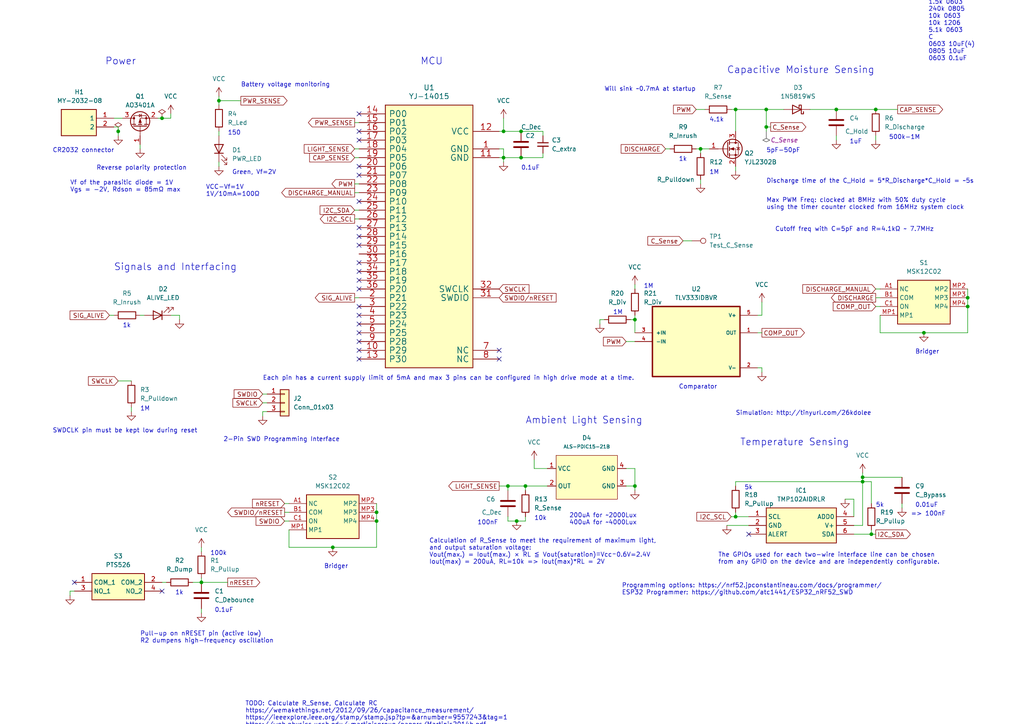
<source format=kicad_sch>
(kicad_sch (version 20230121) (generator eeschema)
  (paper "A4")
  (lib_symbols
    (symbol "Connector:TestPoint" (pin_numbers hide) (pin_names (offset 0.762) hide)
      (property "Reference" "TP" (at 0 6.858 0))
      (property "Value" "TestPoint" (at 0 5.08 0))
      (symbol "TestPoint_0_1"
        (circle (center 0 3.302) (radius 0.762))
      )
      (symbol "TestPoint_1_1"
        (pin passive line (at 0 0 90) (length 2.54) (name "1") (number "1"))
      )
    )
    (symbol "Connector_Generic:Conn_01x03" (pin_names (offset 1.016) hide)
      (property "Reference" "J" (at 0 5.08 0))
      (property "Value" "Conn_01x03" (at 0 -5.08 0))
      (symbol "Conn_01x03_1_1"
        (rectangle (start -1.27 -2.413) (end 0 -2.667) (stroke (width 0.1524)))
        (rectangle (start -1.27 0.127) (end 0 -0.127) (stroke (width 0.1524)))
        (rectangle (start -1.27 2.667) (end 0 2.413) (stroke (width 0.1524)))
        (rectangle (start -1.27 3.81) (end 1.27 -3.81) (stroke (width 0.254)) (fill (type background)))
        (pin passive line (at -5.08 2.54 0) (length 3.81) (name "Pin_1") (number "1"))
        (pin passive line (at -5.08 0 0) (length 3.81) (name "Pin_2") (number "2"))
        (pin passive line (at -5.08 -2.54 0) (length 3.81) (name "Pin_3") (number "3"))
      )
    )
    (symbol "Device:C" (pin_numbers hide) (pin_names (offset 0.254))
      (property "Reference" "C" (at 0.635 2.54 0))
      (property "Value" "C" (at 0.635 -2.54 0))
      (symbol "C_0_1"
        (polyline (pts (xy -2.032 -0.762) (xy 2.032 -0.762)) (stroke (width 0.508)))
        (polyline (pts (xy -2.032 0.762) (xy 2.032 0.762)) (stroke (width 0.508)))
      )
      (symbol "C_1_1"
        (pin passive line (at 0 3.81 270) (length 2.794) (name "~") (number "1"))
        (pin passive line (at 0 -3.81 90) (length 2.794) (name "~") (number "2"))
      )
    )
    (symbol "Device:C_Small" (pin_numbers hide) (pin_names (offset 0.254) hide)
      (property "Reference" "C" (at 0.254 1.778 0))
      (property "Value" "C_Small" (at 0.254 -2.032 0))
      (symbol "C_Small_0_1"
        (polyline (pts (xy -1.524 -0.508) (xy 1.524 -0.508)) (stroke (width 0.3302)))
        (polyline (pts (xy -1.524 0.508) (xy 1.524 0.508)) (stroke (width 0.3048)))
      )
      (symbol "C_Small_1_1"
        (pin passive line (at 0 2.54 270) (length 2.032) (name "~") (number "1"))
        (pin passive line (at 0 -2.54 90) (length 2.032) (name "~") (number "2"))
      )
    )
    (symbol "Device:D_Schottky" (pin_numbers hide) (pin_names (offset 1.016) hide)
      (property "Reference" "D" (at 0 2.54 0))
      (property "Value" "D_Schottky" (at 0 -2.54 0))
      (symbol "D_Schottky_0_1"
        (polyline (pts (xy 1.27 0) (xy -1.27 0)))
        (polyline (pts (xy 1.27 1.27) (xy 1.27 -1.27) (xy -1.27 0) (xy 1.27 1.27)) (stroke (width 0.254)))
        (polyline (pts (xy -1.905 0.635) (xy -1.905 1.27) (xy -1.27 1.27) (xy -1.27 -1.27) (xy -0.635 -1.27) (xy -0.635 -0.635)) (stroke (width 0.254)))
      )
      (symbol "D_Schottky_1_1"
        (pin passive line (at -3.81 0 0) (length 2.54) (name "K") (number "1"))
        (pin passive line (at 3.81 0 180) (length 2.54) (name "A") (number "2"))
      )
    )
    (symbol "Device:LED" (pin_numbers hide) (pin_names (offset 1.016) hide)
      (property "Reference" "D" (at 0 2.54 0))
      (property "Value" "LED" (at 0 -2.54 0))
      (symbol "LED_0_1"
        (polyline (pts (xy -1.27 -1.27) (xy -1.27 1.27)) (stroke (width 0.254)))
        (polyline (pts (xy -1.27 0) (xy 1.27 0)))
        (polyline (pts (xy 1.27 -1.27) (xy 1.27 1.27) (xy -1.27 0) (xy 1.27 -1.27)) (stroke (width 0.254)))
        (polyline (pts (xy -3.048 -0.762) (xy -4.572 -2.286) (xy -3.81 -2.286) (xy -4.572 -2.286) (xy -4.572 -1.524)))
        (polyline (pts (xy -1.778 -0.762) (xy -3.302 -2.286) (xy -2.54 -2.286) (xy -3.302 -2.286) (xy -3.302 -1.524)))
      )
      (symbol "LED_1_1"
        (pin passive line (at -3.81 0 0) (length 2.54) (name "K") (number "1"))
        (pin passive line (at 3.81 0 180) (length 2.54) (name "A") (number "2"))
      )
    )
    (symbol "Device:Q_NMOS_GSD" (pin_names (offset 0) hide)
      (property "Reference" "Q" (at 5.08 1.27 0))
      (property "Value" "Q_NMOS_GSD" (at 5.08 -1.27 0))
      (symbol "Q_NMOS_GSD_0_1"
        (polyline (pts (xy 0.254 0) (xy -2.54 0)))
        (polyline (pts (xy 0.254 1.905) (xy 0.254 -1.905)) (stroke (width 0.254)))
        (polyline (pts (xy 0.762 -1.27) (xy 0.762 -2.286)) (stroke (width 0.254)))
        (polyline (pts (xy 0.762 0.508) (xy 0.762 -0.508)) (stroke (width 0.254)))
        (polyline (pts (xy 0.762 2.286) (xy 0.762 1.27)) (stroke (width 0.254)))
        (polyline (pts (xy 2.54 2.54) (xy 2.54 1.778)))
        (polyline (pts (xy 2.54 -2.54) (xy 2.54 0) (xy 0.762 0)))
        (polyline (pts (xy 0.762 -1.778) (xy 3.302 -1.778) (xy 3.302 1.778) (xy 0.762 1.778)))
        (polyline (pts (xy 1.016 0) (xy 2.032 0.381) (xy 2.032 -0.381) (xy 1.016 0)) (fill (type outline)))
        (polyline (pts (xy 2.794 0.508) (xy 2.921 0.381) (xy 3.683 0.381) (xy 3.81 0.254)))
        (polyline (pts (xy 3.302 0.381) (xy 2.921 -0.254) (xy 3.683 -0.254) (xy 3.302 0.381)))
        (circle (center 1.651 0) (radius 2.794) (stroke (width 0.254)))
        (circle (center 2.54 -1.778) (radius 0.254) (fill (type outline)))
        (circle (center 2.54 1.778) (radius 0.254) (fill (type outline)))
      )
      (symbol "Q_NMOS_GSD_1_1"
        (pin input line (at -5.08 0 0) (length 2.54) (name "G") (number "1"))
        (pin passive line (at 2.54 -5.08 90) (length 2.54) (name "S") (number "2"))
        (pin passive line (at 2.54 5.08 270) (length 2.54) (name "D") (number "3"))
      )
    )
    (symbol "Device:R" (pin_numbers hide) (pin_names (offset 0))
      (property "Reference" "R" (at 2.032 0 90))
      (property "Value" "R" (at 0 0 90))
      (symbol "R_0_1"
        (rectangle (start -1.016 -2.54) (end 1.016 2.54) (stroke (width 0.254)))
      )
      (symbol "R_1_1"
        (pin passive line (at 0 3.81 270) (length 1.27) (name "~") (number "1"))
        (pin passive line (at 0 -3.81 90) (length 1.27) (name "~") (number "2"))
      )
    )
    (symbol "Mad_PlantBug:ALS-PDIC15-21B/TR8"
      (property "Reference" "D" (at 0 7.62 0))
      (property "Value" "ALS-PDIC15-21B" (at 0 -8.89 0))
      (symbol "ALS-PDIC15-21B/TR8_1_1"
        (rectangle (start -8.89 6.35) (end 8.89 -6.35) (fill (type background)))
        (pin power_in line (at -11.43 2.54 0) (length 2.54) (name "VCC") (number "1"))
        (pin output line (at -11.43 -2.54 0) (length 2.54) (name "OUT") (number "2"))
        (pin power_in line (at 11.43 -2.54 180) (length 2.54) (name "GND") (number "3"))
        (pin power_in line (at 11.43 2.54 180) (length 2.54) (name "GND") (number "4"))
      )
    )
    (symbol "Mad_PlantBug:MSK12C02"
      (property "Reference" "S" (at -1.27 10.16 0))
      (property "Value" "MSK12C02" (at -5.08 7.62 0))
      (symbol "MSK12C02_1_1"
        (rectangle (start -7.62 5.08) (end 7.62 -7.62) (stroke (width 0.254)) (fill (type background)))
        (pin passive line (at -12.7 2.54 0) (length 5.08) (name "NC") (number "A1"))
        (pin passive line (at -12.7 0 0) (length 5.08) (name "COM") (number "B1"))
        (pin passive line (at -12.7 -2.54 0) (length 5.08) (name "ON") (number "C1"))
        (pin passive line (at -12.7 -5.08 0) (length 5.08) (name "MP1") (number "MP1"))
        (pin passive line (at 12.7 2.54 180) (length 5.08) (name "MP2") (number "MP2"))
        (pin passive line (at 12.7 0 180) (length 5.08) (name "MP3") (number "MP3"))
        (pin passive line (at 12.7 -2.54 180) (length 5.08) (name "MP4") (number "MP4"))
      )
    )
    (symbol "Mad_PlantBug:MY-2032-08"
      (property "Reference" "H" (at 3.81 7.62 0))
      (property "Value" "MY-2032-08" (at 3.81 5.08 0))
      (symbol "MY-2032-08_1_1"
        (rectangle (start 5.08 2.54) (end 15.24 -5.08) (stroke (width 0.254)) (fill (type background)))
        (pin power_out line (at 20.32 0 180) (length 5.08) (name "1") (number "1"))
        (pin power_in line (at 20.32 -2.54 180) (length 5.08) (name "2") (number "2"))
      )
    )
    (symbol "Mad_PlantBug:PTS526_SK15_SMTR2_LFS"
      (property "Reference" "S" (at 0 8.89 0))
      (property "Value" "PTS526" (at -2.54 6.35 0))
      (symbol "PTS526_SK15_SMTR2_LFS_1_1"
        (rectangle (start -6.35 3.81) (end 8.89 -3.81) (stroke (width 0.254)) (fill (type background)))
        (pin passive line (at -11.43 1.27 0) (length 5.08) (name "COM_1") (number "1"))
        (pin passive line (at 13.97 1.27 180) (length 5.08) (name "COM_2") (number "2"))
        (pin passive line (at -11.43 -1.27 0) (length 5.08) (name "NO_1") (number "3"))
        (pin passive line (at 13.97 -1.27 180) (length 5.08) (name "NO_2") (number "4"))
      )
    )
    (symbol "Mad_PlantBug:TLV333IDBVR" (pin_names (offset 1.016))
      (property "Reference" "U" (at -1.27 11.43 0))
      (property "Value" "TLV333IDBVR" (at -6.35 -1.27 0))
      (symbol "TLV333IDBVR_0_0"
        (rectangle (start -12.7 10.16) (end 12.7 -10.16) (stroke (width 0.41)) (fill (type background)))
        (pin output line (at 17.78 2.54 180) (length 5.08) (name "OUT") (number "1"))
        (pin input line (at -17.78 2.54 0) (length 5.08) (name "+IN") (number "3"))
        (pin input line (at -17.78 0 0) (length 5.08) (name "-IN") (number "4"))
        (pin power_in line (at 17.78 7.62 180) (length 5.08) (name "V+") (number "5"))
      )
      (symbol "TLV333IDBVR_1_0"
        (pin power_in line (at 17.78 -7.62 180) (length 5.08) (name "V-") (number "2"))
      )
    )
    (symbol "Mad_PlantBug:TMP102AIDRLR"
      (property "Reference" "IC" (at 8.89 7.62 0))
      (property "Value" "TMP102AIDRLR" (at 8.89 5.08 0))
      (symbol "TMP102AIDRLR_1_1"
        (rectangle (start 5.08 2.54) (end 25.4 -7.62) (stroke (width 0.254)) (fill (type background)))
        (pin passive line (at 0 0 0) (length 5.08) (name "SCL") (number "1"))
        (pin passive line (at 0 -2.54 0) (length 5.08) (name "GND") (number "2"))
        (pin passive line (at 0 -5.08 0) (length 5.08) (name "ALERT") (number "3"))
        (pin passive line (at 30.48 0 180) (length 5.08) (name "ADD0") (number "4"))
        (pin passive line (at 30.48 -2.54 180) (length 5.08) (name "V+") (number "5"))
        (pin passive line (at 30.48 -5.08 180) (length 5.08) (name "SDA") (number "6"))
      )
    )
    (symbol "Mad_PlantBug:YJ-14015" (pin_names (offset 1.016))
      (property "Reference" "U" (at 20.32 -55.88 0))
      (property "Value" "YJ-14015" (at 25.4 -2.54 0))
      (symbol "YJ-14015_0_1"
        (rectangle (start 35.56 -53.34) (end 10.16 22.86) (stroke (width 0.254)) (fill (type background)))
        (pin passive line (at 43.18 10.16 180) (length 7.62) (name "GND") (number "1"))
        (pin passive line (at 2.54 -48.26 0) (length 7.62) (name "P29") (number "10"))
        (pin passive line (at 43.18 7.62 180) (length 7.62) (name "GND") (number "11"))
        (pin passive line (at 43.18 15.24 180) (length 7.62) (name "VCC") (number "12"))
        (pin passive line (at 2.54 -50.8 0) (length 7.62) (name "P30") (number "13"))
        (pin passive line (at 2.54 20.32 0) (length 7.62) (name "P00") (number "14"))
        (pin passive line (at 2.54 17.78 0) (length 7.62) (name "P01") (number "15"))
        (pin passive line (at 2.54 15.24 0) (length 7.62) (name "P02") (number "16"))
        (pin passive line (at 2.54 12.7 0) (length 7.62) (name "P03") (number "17"))
        (pin passive line (at 2.54 10.16 0) (length 7.62) (name "P04") (number "18"))
        (pin passive line (at 2.54 7.62 0) (length 7.62) (name "P05") (number "19"))
        (pin passive line (at 2.54 -33.02 0) (length 7.62) (name "P21") (number "2"))
        (pin passive line (at 2.54 5.08 0) (length 7.62) (name "P06") (number "20"))
        (pin passive line (at 2.54 2.54 0) (length 7.62) (name "P07") (number "21"))
        (pin passive line (at 2.54 0 0) (length 7.62) (name "P08") (number "22"))
        (pin passive line (at 2.54 -2.54 0) (length 7.62) (name "P09") (number "23"))
        (pin passive line (at 2.54 -5.08 0) (length 7.62) (name "P10") (number "24"))
        (pin passive line (at 2.54 -7.62 0) (length 7.62) (name "P11") (number "25"))
        (pin passive line (at 2.54 -10.16 0) (length 7.62) (name "P12") (number "26"))
        (pin passive line (at 2.54 -12.7 0) (length 7.62) (name "P13") (number "27"))
        (pin passive line (at 2.54 -15.24 0) (length 7.62) (name "P14") (number "28"))
        (pin passive line (at 2.54 -17.78 0) (length 7.62) (name "P15") (number "29"))
        (pin passive line (at 2.54 -35.56 0) (length 7.62) (name "P22") (number "3"))
        (pin passive line (at 2.54 -20.32 0) (length 7.62) (name "P16") (number "30"))
        (pin passive line (at 43.18 -33.02 180) (length 7.62) (name "SWDIO") (number "31"))
        (pin passive line (at 43.18 -30.48 180) (length 7.62) (name "SWCLK") (number "32"))
        (pin passive line (at 2.54 -22.86 0) (length 7.62) (name "P17") (number "33"))
        (pin passive line (at 2.54 -25.4 0) (length 7.62) (name "P18") (number "34"))
        (pin passive line (at 2.54 -27.94 0) (length 7.62) (name "P19") (number "35"))
        (pin passive line (at 2.54 -30.48 0) (length 7.62) (name "P20") (number "36"))
        (pin passive line (at 2.54 -38.1 0) (length 7.62) (name "P23") (number "4"))
        (pin passive line (at 2.54 -40.64 0) (length 7.62) (name "P24") (number "5"))
        (pin passive line (at 2.54 -43.18 0) (length 7.62) (name "P25") (number "6"))
        (pin passive line (at 43.18 -48.26 180) (length 7.62) (name "NC") (number "7"))
        (pin passive line (at 43.18 -50.8 180) (length 7.62) (name "NC") (number "8"))
        (pin passive line (at 2.54 -45.72 0) (length 7.62) (name "P28") (number "9"))
      )
    )
    (symbol "Transistor_FET:AO3401A" (pin_names hide)
      (property "Reference" "Q" (at 5.08 1.905 0))
      (property "Value" "AO3401A" (at 5.08 0 0))
      (symbol "AO3401A_0_1"
        (polyline (pts (xy 0.254 0) (xy -2.54 0)))
        (polyline (pts (xy 0.254 1.905) (xy 0.254 -1.905)) (stroke (width 0.254)))
        (polyline (pts (xy 0.762 -1.27) (xy 0.762 -2.286)) (stroke (width 0.254)))
        (polyline (pts (xy 0.762 0.508) (xy 0.762 -0.508)) (stroke (width 0.254)))
        (polyline (pts (xy 0.762 2.286) (xy 0.762 1.27)) (stroke (width 0.254)))
        (polyline (pts (xy 2.54 2.54) (xy 2.54 1.778)))
        (polyline (pts (xy 2.54 -2.54) (xy 2.54 0) (xy 0.762 0)))
        (polyline (pts (xy 0.762 1.778) (xy 3.302 1.778) (xy 3.302 -1.778) (xy 0.762 -1.778)))
        (polyline (pts (xy 2.286 0) (xy 1.27 0.381) (xy 1.27 -0.381) (xy 2.286 0)) (fill (type outline)))
        (polyline (pts (xy 2.794 -0.508) (xy 2.921 -0.381) (xy 3.683 -0.381) (xy 3.81 -0.254)))
        (polyline (pts (xy 3.302 -0.381) (xy 2.921 0.254) (xy 3.683 0.254) (xy 3.302 -0.381)))
        (circle (center 1.651 0) (radius 2.794) (stroke (width 0.254)))
        (circle (center 2.54 -1.778) (radius 0.254) (fill (type outline)))
        (circle (center 2.54 1.778) (radius 0.254) (fill (type outline)))
      )
      (symbol "AO3401A_1_1"
        (pin input line (at -5.08 0 0) (length 2.54) (name "G") (number "1"))
        (pin passive line (at 2.54 -5.08 90) (length 2.54) (name "S") (number "2"))
        (pin passive line (at 2.54 5.08 270) (length 2.54) (name "D") (number "3"))
      )
    )
    (symbol "power:GND" (power) (pin_names (offset 0))
      (property "Value" "GND" (at 0 -3.81 0))
      (symbol "GND_0_1"
        (polyline (pts (xy 0 0) (xy 0 -1.27) (xy 1.27 -1.27) (xy 0 -2.54) (xy -1.27 -1.27) (xy 0 -1.27)))
      )
      (symbol "GND_1_1"
        (pin power_in line (at 0 0 270) (length 0) hide (name "GND") (number "1"))
      )
    )
    (symbol "power:PWR_FLAG" (power) (pin_numbers hide) (pin_names (offset 0) hide)
      (property "Value" "PWR_FLAG" (at 0 3.81 0))
      (symbol "PWR_FLAG_0_0"
        (pin power_out line (at 0 0 90) (length 0) (name "pwr") (number "1"))
      )
      (symbol "PWR_FLAG_0_1"
        (polyline (pts (xy 0 0) (xy 0 1.27) (xy -1.016 1.905) (xy 0 2.54) (xy 1.016 1.905) (xy 0 1.27)))
      )
    )
    (symbol "power:VCC" (power) (pin_names (offset 0))
      (property "Value" "VCC" (at 0 3.81 0))
      (symbol "VCC_0_1"
        (polyline (pts (xy -0.762 1.27) (xy 0 2.54)))
        (polyline (pts (xy 0 0) (xy 0 2.54)))
        (polyline (pts (xy 0 2.54) (xy 0.762 1.27)))
      )
      (symbol "VCC_1_1"
        (pin power_in line (at 0 0 90) (length 0) hide (name "VCC") (number "1"))
      )
    )
  )
  (junction (at 34.29 38.1))
  (junction (at 213.36 149.86))
  (junction (at 146.05 38.1))
  (junction (at 147.32 140.97))
  (junction (at 267.97 96.52))
  (junction (at 222.25 36.83))
  (junction (at 149.86 151.13))
  (junction (at 280.67 88.9))
  (junction (at 184.15 92.71))
  (junction (at 203.2 43.18))
  (junction (at 146.05 45.72))
  (junction (at 96.52 158.75))
  (junction (at 213.36 31.75))
  (junction (at 151.13 38.1))
  (junction (at 222.25 31.75))
  (junction (at 250.19 138.43))
  (junction (at 109.22 148.59))
  (junction (at 184.15 140.97))
  (junction (at 252.73 154.94))
  (junction (at 280.67 86.36))
  (junction (at 242.57 31.75))
  (junction (at 250.19 139.7))
  (junction (at 254 31.75))
  (junction (at 63.5 29.21))
  (junction (at 152.4 140.97))
  (junction (at 58.42 168.91))
  (junction (at 46.99 34.29))
  (junction (at 109.22 151.13))
  (junction (at 151.13 45.72))
  (no_connect (at 104.14 68.58))
  (no_connect (at 104.14 88.9))
  (no_connect (at 104.14 93.98))
  (no_connect (at 104.14 76.2))
  (no_connect (at 104.14 48.26))
  (no_connect (at 21.59 168.91))
  (no_connect (at 104.14 104.14))
  (no_connect (at 104.14 40.64))
  (no_connect (at 104.14 50.8))
  (no_connect (at 104.14 101.6))
  (no_connect (at 104.14 99.06))
  (no_connect (at 104.14 81.28))
  (no_connect (at 104.14 33.02))
  (no_connect (at 104.14 91.44))
  (no_connect (at 144.78 101.6))
  (no_connect (at 104.14 38.1))
  (no_connect (at 104.14 83.82))
  (no_connect (at 104.14 58.42))
  (no_connect (at 217.17 154.94))
  (no_connect (at 104.14 66.04))
  (no_connect (at 104.14 96.52))
  (no_connect (at 104.14 71.12))
  (no_connect (at 46.99 171.45))
  (no_connect (at 144.78 104.14))
  (no_connect (at 104.14 78.74))
  (wire (pts (xy 261.62 146.05) (xy 261.62 147.32)))
  (wire (pts (xy 242.57 39.37) (xy 242.57 40.64)))
  (wire (pts (xy 254 39.37) (xy 254 40.64)))
  (wire (pts (xy 184.15 135.89) (xy 184.15 140.97)))
  (wire (pts (xy 146.05 34.29) (xy 146.05 38.1)))
  (wire (pts (xy 203.2 52.07) (xy 203.2 53.34)))
  (wire (pts (xy 254 86.36) (xy 255.27 86.36)))
  (wire (pts (xy 82.55 146.05) (xy 83.82 146.05)))
  (wire (pts (xy 184.15 140.97) (xy 184.15 142.24)))
  (wire (pts (xy 151.13 38.1) (xy 157.48 38.1)))
  (wire (pts (xy 252.73 139.7) (xy 250.19 139.7)))
  (wire (pts (xy 102.87 86.36) (xy 104.14 86.36)))
  (wire (pts (xy 83.82 158.75) (xy 96.52 158.75)))
  (wire (pts (xy 152.4 140.97) (xy 152.4 142.24)))
  (wire (pts (xy 76.2 119.38) (xy 76.2 120.65)))
  (wire (pts (xy 45.72 34.29) (xy 46.99 34.29)))
  (wire (pts (xy 152.4 151.13) (xy 149.86 151.13)))
  (wire (pts (xy 144.78 140.97) (xy 147.32 140.97)))
  (wire (pts (xy 182.88 92.71) (xy 184.15 92.71)))
  (wire (pts (xy 222.25 36.83) (xy 222.25 38.1)))
  (wire (pts (xy 280.67 83.82) (xy 280.67 86.36)))
  (wire (pts (xy 76.2 114.3) (xy 77.47 114.3)))
  (wire (pts (xy 181.61 140.97) (xy 184.15 140.97)))
  (wire (pts (xy 151.13 45.72) (xy 157.48 45.72)))
  (wire (pts (xy 76.2 116.84) (xy 77.47 116.84)))
  (wire (pts (xy 213.36 139.7) (xy 250.19 139.7)))
  (wire (pts (xy 242.57 31.75) (xy 254 31.75)))
  (wire (pts (xy 250.19 137.16) (xy 250.19 138.43)))
  (wire (pts (xy 146.05 38.1) (xy 151.13 38.1)))
  (wire (pts (xy 146.05 45.72) (xy 151.13 45.72)))
  (wire (pts (xy 252.73 153.67) (xy 252.73 154.94)))
  (wire (pts (xy 212.09 149.86) (xy 213.36 149.86)))
  (wire (pts (xy 222.25 31.75) (xy 227.33 31.75)))
  (wire (pts (xy 63.5 27.94) (xy 63.5 29.21)))
  (wire (pts (xy 144.78 45.72) (xy 146.05 45.72)))
  (wire (pts (xy 154.94 135.89) (xy 158.75 135.89)))
  (wire (pts (xy 210.82 152.4) (xy 217.17 152.4)))
  (wire (pts (xy 184.15 82.55) (xy 184.15 83.82)))
  (wire (pts (xy 109.22 158.75) (xy 96.52 158.75)))
  (wire (pts (xy 33.02 36.83) (xy 34.29 36.83)))
  (wire (pts (xy 193.04 43.18) (xy 194.31 43.18)))
  (wire (pts (xy 109.22 148.59) (xy 109.22 151.13)))
  (wire (pts (xy 254 31.75) (xy 260.35 31.75)))
  (wire (pts (xy 158.75 140.97) (xy 152.4 140.97)))
  (wire (pts (xy 58.42 168.91) (xy 66.04 168.91)))
  (wire (pts (xy 252.73 154.94) (xy 254 154.94)))
  (wire (pts (xy 38.1 118.11) (xy 38.1 119.38)))
  (wire (pts (xy 213.36 31.75) (xy 213.36 38.1)))
  (wire (pts (xy 52.07 91.44) (xy 52.07 92.71)))
  (wire (pts (xy 102.87 45.72) (xy 104.14 45.72)))
  (wire (pts (xy 252.73 146.05) (xy 252.73 139.7)))
  (wire (pts (xy 109.22 146.05) (xy 109.22 148.59)))
  (wire (pts (xy 250.19 139.7) (xy 250.19 152.4)))
  (wire (pts (xy 173.99 92.71) (xy 173.99 93.98)))
  (wire (pts (xy 213.36 149.86) (xy 217.17 149.86)))
  (wire (pts (xy 154.94 133.35) (xy 154.94 135.89)))
  (wire (pts (xy 157.48 39.37) (xy 157.48 38.1)))
  (wire (pts (xy 247.65 144.78) (xy 247.65 149.86)))
  (wire (pts (xy 63.5 46.99) (xy 63.5 48.26)))
  (wire (pts (xy 146.05 38.1) (xy 144.78 38.1)))
  (wire (pts (xy 198.12 69.85) (xy 200.66 69.85)))
  (wire (pts (xy 21.59 171.45) (xy 20.32 171.45)))
  (wire (pts (xy 213.36 148.59) (xy 213.36 149.86)))
  (wire (pts (xy 147.32 151.13) (xy 149.86 151.13)))
  (wire (pts (xy 222.25 36.83) (xy 223.52 36.83)))
  (wire (pts (xy 58.42 158.75) (xy 58.42 160.02)))
  (wire (pts (xy 146.05 45.72) (xy 146.05 46.99)))
  (wire (pts (xy 152.4 149.86) (xy 152.4 151.13)))
  (wire (pts (xy 280.67 86.36) (xy 280.67 88.9)))
  (wire (pts (xy 102.87 35.56) (xy 104.14 35.56)))
  (wire (pts (xy 63.5 38.1) (xy 63.5 39.37)))
  (wire (pts (xy 234.95 31.75) (xy 242.57 31.75)))
  (wire (pts (xy 212.09 31.75) (xy 213.36 31.75)))
  (wire (pts (xy 255.27 91.44) (xy 255.27 96.52)))
  (wire (pts (xy 250.19 138.43) (xy 250.19 139.7)))
  (wire (pts (xy 255.27 96.52) (xy 267.97 96.52)))
  (wire (pts (xy 181.61 135.89) (xy 184.15 135.89)))
  (wire (pts (xy 254 83.82) (xy 255.27 83.82)))
  (wire (pts (xy 184.15 92.71) (xy 184.15 91.44)))
  (wire (pts (xy 184.15 92.71) (xy 184.15 96.52)))
  (wire (pts (xy 250.19 152.4) (xy 247.65 152.4)))
  (wire (pts (xy 261.62 138.43) (xy 250.19 138.43)))
  (wire (pts (xy 203.2 43.18) (xy 205.74 43.18)))
  (wire (pts (xy 245.11 144.78) (xy 247.65 144.78)))
  (wire (pts (xy 220.98 106.68) (xy 220.98 107.95)))
  (wire (pts (xy 77.47 119.38) (xy 76.2 119.38)))
  (wire (pts (xy 203.2 43.18) (xy 203.2 44.45)))
  (wire (pts (xy 63.5 29.21) (xy 63.5 30.48)))
  (wire (pts (xy 83.82 153.67) (xy 83.82 158.75)))
  (wire (pts (xy 247.65 154.94) (xy 252.73 154.94)))
  (wire (pts (xy 34.29 39.37) (xy 34.29 38.1)))
  (wire (pts (xy 46.99 168.91) (xy 48.26 168.91)))
  (wire (pts (xy 34.29 110.49) (xy 38.1 110.49)))
  (wire (pts (xy 144.78 43.18) (xy 146.05 43.18)))
  (wire (pts (xy 219.71 96.52) (xy 220.98 96.52)))
  (wire (pts (xy 35.56 34.29) (xy 33.02 34.29)))
  (wire (pts (xy 213.36 48.26) (xy 213.36 49.53)))
  (wire (pts (xy 58.42 167.64) (xy 58.42 168.91)))
  (wire (pts (xy 102.87 53.34) (xy 104.14 53.34)))
  (wire (pts (xy 31.75 91.44) (xy 33.02 91.44)))
  (wire (pts (xy 213.36 31.75) (xy 222.25 31.75)))
  (wire (pts (xy 34.29 38.1) (xy 34.29 36.83)))
  (wire (pts (xy 175.26 92.71) (xy 173.99 92.71)))
  (wire (pts (xy 49.53 91.44) (xy 52.07 91.44)))
  (wire (pts (xy 63.5 29.21) (xy 69.85 29.21)))
  (wire (pts (xy 201.93 31.75) (xy 204.47 31.75)))
  (wire (pts (xy 201.93 43.18) (xy 203.2 43.18)))
  (wire (pts (xy 213.36 140.97) (xy 213.36 139.7)))
  (wire (pts (xy 49.53 33.02) (xy 49.53 34.29)))
  (wire (pts (xy 181.61 99.06) (xy 184.15 99.06)))
  (wire (pts (xy 109.22 151.13) (xy 109.22 158.75)))
  (wire (pts (xy 82.55 151.13) (xy 83.82 151.13)))
  (wire (pts (xy 102.87 63.5) (xy 104.14 63.5)))
  (wire (pts (xy 82.55 148.59) (xy 83.82 148.59)))
  (wire (pts (xy 220.98 87.63) (xy 220.98 91.44)))
  (wire (pts (xy 102.87 43.18) (xy 104.14 43.18)))
  (wire (pts (xy 222.25 31.75) (xy 222.25 36.83)))
  (wire (pts (xy 280.67 88.9) (xy 280.67 96.52)))
  (wire (pts (xy 147.32 140.97) (xy 147.32 142.24)))
  (wire (pts (xy 254 88.9) (xy 255.27 88.9)))
  (wire (pts (xy 58.42 176.53) (xy 58.42 177.8)))
  (wire (pts (xy 55.88 168.91) (xy 58.42 168.91)))
  (wire (pts (xy 102.87 60.96) (xy 104.14 60.96)))
  (wire (pts (xy 220.98 91.44) (xy 219.71 91.44)))
  (wire (pts (xy 46.99 34.29) (xy 49.53 34.29)))
  (wire (pts (xy 40.64 41.91) (xy 40.64 43.18)))
  (wire (pts (xy 146.05 43.18) (xy 146.05 45.72)))
  (wire (pts (xy 20.32 171.45) (xy 20.32 172.72)))
  (wire (pts (xy 40.64 91.44) (xy 41.91 91.44)))
  (wire (pts (xy 219.71 106.68) (xy 220.98 106.68)))
  (wire (pts (xy 102.87 55.88) (xy 104.14 55.88)))
  (wire (pts (xy 147.32 140.97) (xy 152.4 140.97)))
  (wire (pts (xy 157.48 45.72) (xy 157.48 44.45)))
  (wire (pts (xy 147.32 149.86) (xy 147.32 151.13)))
  (wire (pts (xy 280.67 96.52) (xy 267.97 96.52)))
  (text "Simulation: http://tinyurl.com/26kdolee" (at 213.36 120.65 0) (effects (font (size 1.27 1.27)) (justify left bottom)))
  (text "1k" (at 35.56 95.25 0) (effects (font (size 1.27 1.27)) (justify left bottom)))
  (text "MCU" (at 121.92 19.05 0) (effects (font (size 2 2)) (justify left bottom)))
  (text "1M" (at 177.8 91.44 0) (effects (font (size 1.27 1.27)) (justify left bottom)))
  (text "Cutoff freq with C=5pF and R=4.1kΩ ~ 7.7MHz" (at 224.79 67.31 0) (effects (font (size 1.27 1.27)) (justify left bottom)))
  (text "Bridger" (at 93.98 165.1 0) (effects (font (size 1.27 1.27)) (justify left bottom)))
  (text "0.1uF" (at 151.13 49.53 0) (effects (font (size 1.27 1.27)) (justify left bottom)))
  (text "500k-1M" (at 257.81 40.64 0) (effects (font (size 1.27 1.27)) (justify left bottom)))
  (text "CR2032 connector" (at 15.24 44.45 0) (effects (font (size 1.27 1.27)) (justify left bottom)))
  (text "1k" (at 196.85 46.99 0) (effects (font (size 1.27 1.27)) (justify left bottom)))
  (text "SWDCLK pin must be kept low during reset" (at 15.24 125.73 0) (effects (font (size 1.27 1.27)) (justify left bottom)))
  (text "Battery voltage monitoring" (at 69.85 25.4 0) (effects (font (size 1.27 1.27)) (justify left bottom)))
  (text "VCC-Vf=1V\n1V/10mA=100Ω" (at 59.69 57.15 0) (effects (font (size 1.27 1.27)) (justify left bottom)))
  (text "Ambient Light Sensing" (at 152.4 123.19 0) (effects (font (size 2 2)) (justify left bottom)))
  (text "5k" (at 254 147.32 0) (effects (font (size 1.27 1.27)) (justify left bottom)))
  (text "100nF" (at 138.43 152.4 0) (effects (font (size 1.27 1.27)) (justify left bottom)))
  (text "1k" (at 50.8 172.72 0) (effects (font (size 1.27 1.27)) (justify left bottom)))
  (text "Pull-up on nRESET pin (active low)\nR2 dumpens high-frequency oscillation" (at 40.64 186.69 0) (effects (font (size 1.27 1.27)) (justify left bottom)))
  (text "R\n15kOm 1206\n1.5k 0603\n240k 0805\n10k 0603\n10k 1206\n5.1k 0603\nC\n0603 10uF(4)\n0805 10uF\n0603 0.1uF" (at 269.24 17.78 0) (effects (font (size 1.27 1.27)) (justify left bottom)))
  (text "0.1uF" (at 62.23 177.8 0) (effects (font (size 1.27 1.27)) (justify left bottom)))
  (text "Green, Vf=2V" (at 67.31 50.8 0) (effects (font (size 1.27 1.27)) (justify left bottom)))
  (text "0.01uF" (at 265.43 147.32 0) (effects (font (size 1.27 1.27)) (justify left bottom)))
  (text "150" (at 66.04 39.37 0) (effects (font (size 1.27 1.27)) (justify left bottom)))
  (text "4.1k" (at 205.74 35.56 0) (effects (font (size 1.27 1.27)) (justify left bottom)))
  (text "1M" (at 40.64 119.38 0) (effects (font (size 1.27 1.27)) (justify left bottom)))
  (text "Discharge time of the C_Hold = 5*R_Discharge*C_Hold = ~5s" (at 222.25 53.34 0) (effects (font (size 1.27 1.27)) (justify left bottom)))
  (text "Calculation of R_Sense to meet the requirement of maximum light,\nand output saturation voltage:\nVout(max.) = Iout(max.) × RL ≦ Vout(saturation)＝Vcc－0.6V=2.4V\nIout(max) = 200uA, RL=10k => Iout(max)*RL = 2V" (at 124.46 163.83 0) (effects (font (size 1.27 1.27)) (justify left bottom)))
  (text "Vf of the parasitic diode = 1V\nVgs = -2V, Rdson = 85mΩ max" (at 20.32 55.88 0) (effects (font (size 1.27 1.27)) (justify left bottom)))
  (text "5pF-50pF" (at 222.25 44.45 0) (effects (font (size 1.27 1.27)) (justify left bottom)))
  (text "Reverse polarity protection" (at 27.94 49.53 0) (effects (font (size 1.27 1.27)) (justify left bottom)))
  (text "Power" (at 30.48 19.05 0) (effects (font (size 2 2)) (justify left bottom)))
  (text "100k" (at 60.96 161.29 0) (effects (font (size 1.27 1.27)) (justify left bottom)))
  (text "The GPIOs used for each two-wire interface line can be chosen \nfrom any GPIO on the device and are independently configurable." (at 208.28 163.83 0) (effects (font (size 1.27 1.27)) (justify left bottom)))
  (text "Bridger" (at 265.43 102.87 0) (effects (font (size 1.27 1.27)) (justify left bottom)))
  (text "1M" (at 205.74 50.8 0) (effects (font (size 1.27 1.27)) (justify left bottom)))
  (text "1uF" (at 246.38 41.91 0) (effects (font (size 1.27 1.27)) (justify left bottom)))
  (text "Capacitive Moisture Sensing" (at 210.82 21.59 0) (effects (font (size 2 2)) (justify left bottom)))
  (text "Temperature Sensing" (at 214.63 129.54 0) (effects (font (size 2 2)) (justify left bottom)))
  (text "Will sink ~0.7mA at startup" (at 175.26 26.67 0) (effects (font (size 1.27 1.27)) (justify left bottom)))
  (text "5k" (at 215.9 142.24 0) (effects (font (size 1.27 1.27)) (justify left bottom)))
  (text "Max PWM Freq: clocked at 8MHz with 50% duty cycle\nusing the timer counter clocked from 16MHz system clock" (at 222.25 60.96 0) (effects (font (size 1.27 1.27)) (justify left bottom)))
  (text "10k" (at 154.94 151.13 0) (effects (font (size 1.27 1.27)) (justify left bottom)))
  (text "Each pin has a current supply limit of 5mA and max 3 pins can be configured in high drive mode at a time." (at 76.2 110.49 0) (effects (font (size 1.27 1.27)) (justify left bottom)))
  (text "Comparator" (at 196.85 113.03 0) (effects (font (size 1.27 1.27)) (justify left bottom)))
  (text "200uA for ~2000Lux\n400uA for ~4000Lux" (at 165.1 152.4 0) (effects (font (size 1.27 1.27)) (justify left bottom)))
  (text "2-Pin SWD Programming Interface" (at 64.77 128.27 0) (effects (font (size 1.27 1.27)) (justify left bottom)))
  (text "=> 100nF" (at 264.16 149.86 0) (effects (font (size 1.27 1.27)) (justify left bottom)))
  (text "Signals and Interfacing" (at 33.02 78.74 0) (effects (font (size 2 2)) (justify left bottom)))
  (text "TODO: Calculate R_Sense, Calculate RC\nhttps://wemakethings.net/2012/09/26/capacitance_measurement/\nhttps://ieeexplore.ieee.org/stamp/stamp.jsp?tp=&arnumber=9557243&tag=1\nhttps://web.physics.ucsb.edu/~martinisgroup/papers/Martinis2014b.pdf\nhttps://chemandy.com/calculators/rectangular-capacitor-calculator.htm\nhttp://zerocharactersleft.blogspot.com/2011/11/pcb-as-capacitive-soil-moisture-sensor.html\nhttps://repo.library.stonybrook.edu/xmlui/bitstream/handle/11401/70394/TPHv44i4final.pdf?sequence=2" (at 71.12 217.17 0) (effects (font (size 1.27 1.27)) (justify left bottom)))
  (text "1M" (at 186.69 83.82 0) (effects (font (size 1.27 1.27)) (justify left bottom)))
  (text "Programming options: https://nrf52.jpconstantineau.com/docs/programmer/\nESP32 Programmer: https://github.com/atc1441/ESP32_nRF52_SWD" (at 180.34 172.72 0) (effects (font (size 1.27 1.27)) (justify left bottom)))
  (global_label "I2C_SCL" (shape input) (at 212.09 149.86 180) (property "Intersheetrefs" "${INTERSHEET_REFS}" (effects hide)))
  (global_label "CAP_SENSE" (shape input) (at 102.87 45.72 180) (property "Intersheetrefs" "${INTERSHEET_REFS}" (effects hide)))
  (global_label "SWDIO{slash}nRESET" (shape input) (at 144.78 86.36 0) (property "Intersheetrefs" "${INTERSHEET_REFS}" (effects hide)))
  (global_label "SWCLK" (shape input) (at 144.78 83.82 0) (property "Intersheetrefs" "${INTERSHEET_REFS}" (effects hide)))
  (global_label "LIGHT_SENSE" (shape input) (at 102.87 43.18 180) (property "Intersheetrefs" "${INTERSHEET_REFS}" (effects hide)))
  (global_label "C_Sense" (shape input) (at 198.12 69.85 180) (property "Intersheetrefs" "${INTERSHEET_REFS}" (effects hide)))
  (global_label "C_Sense" (shape output) (at 223.52 36.83 0) (property "Intersheetrefs" "${INTERSHEET_REFS}" (effects hide)))
  (global_label "LIGHT_SENSE" (shape output) (at 144.78 140.97 180) (property "Intersheetrefs" "${INTERSHEET_REFS}" (effects hide)))
  (global_label "DISCHARGE_MANUAL" (shape output) (at 102.87 55.88 180) (property "Intersheetrefs" "${INTERSHEET_REFS}" (effects hide)))
  (global_label "COMP_OUT" (shape input) (at 254 88.9 180) (property "Intersheetrefs" "${INTERSHEET_REFS}" (effects hide)))
  (global_label "SIG_ALIVE" (shape input) (at 31.75 91.44 180) (property "Intersheetrefs" "${INTERSHEET_REFS}" (effects hide)))
  (global_label "SIG_ALIVE" (shape output) (at 102.87 86.36 180) (property "Intersheetrefs" "${INTERSHEET_REFS}" (effects hide)))
  (global_label "DISCHARGE_MANUAL" (shape input) (at 254 83.82 180) (property "Intersheetrefs" "${INTERSHEET_REFS}" (effects hide)))
  (global_label "DISCHARGE" (shape input) (at 193.04 43.18 180) (property "Intersheetrefs" "${INTERSHEET_REFS}" (effects hide)))
  (global_label "COMP_OUT" (shape output) (at 220.98 96.52 0) (property "Intersheetrefs" "${INTERSHEET_REFS}" (effects hide)))
  (global_label "PWR_SENSE" (shape output) (at 69.85 29.21 0) (property "Intersheetrefs" "${INTERSHEET_REFS}" (effects hide)))
  (global_label "PWM" (shape output) (at 102.87 53.34 180) (property "Intersheetrefs" "${INTERSHEET_REFS}" (effects hide)))
  (global_label "nRESET" (shape input) (at 82.55 146.05 180) (property "Intersheetrefs" "${INTERSHEET_REFS}" (effects hide)))
  (global_label "SWDIO" (shape input) (at 82.55 151.13 180) (property "Intersheetrefs" "${INTERSHEET_REFS}" (effects hide)))
  (global_label "PWM" (shape input) (at 201.93 31.75 180) (property "Intersheetrefs" "${INTERSHEET_REFS}" (effects hide)))
  (global_label "SWCLK" (shape input) (at 34.29 110.49 180) (property "Intersheetrefs" "${INTERSHEET_REFS}" (effects hide)))
  (global_label "SWDIO{slash}nRESET" (shape output) (at 82.55 148.59 180) (property "Intersheetrefs" "${INTERSHEET_REFS}" (effects hide)))
  (global_label "PWR_SENSE" (shape output) (at 102.87 35.56 180) (property "Intersheetrefs" "${INTERSHEET_REFS}" (effects hide)))
  (global_label "I2C_SDA" (shape input) (at 102.87 60.96 180) (property "Intersheetrefs" "${INTERSHEET_REFS}" (effects hide)))
  (global_label "nRESET" (shape output) (at 66.04 168.91 0) (property "Intersheetrefs" "${INTERSHEET_REFS}" (effects hide)))
  (global_label "PWM" (shape input) (at 181.61 99.06 180) (property "Intersheetrefs" "${INTERSHEET_REFS}" (effects hide)))
  (global_label "SWDIO" (shape input) (at 76.2 114.3 180) (property "Intersheetrefs" "${INTERSHEET_REFS}" (effects hide)))
  (global_label "CAP_SENSE" (shape output) (at 260.35 31.75 0) (property "Intersheetrefs" "${INTERSHEET_REFS}" (effects hide)))
  (global_label "I2C_SCL" (shape output) (at 102.87 63.5 180) (property "Intersheetrefs" "${INTERSHEET_REFS}" (effects hide)))
  (global_label "DISCHARGE" (shape output) (at 254 86.36 180) (property "Intersheetrefs" "${INTERSHEET_REFS}" (effects hide)))
  (global_label "SWCLK" (shape input) (at 76.2 116.84 180) (property "Intersheetrefs" "${INTERSHEET_REFS}" (effects hide)))
  (global_label "I2C_SDA" (shape output) (at 254 154.94 0) (property "Intersheetrefs" "${INTERSHEET_REFS}" (effects hide)))
  (netclass_flag "" (length 2.54) (shape diamond) (at 222.25 38.1 180) (property "Netclass" "C_Sense" (at 223.4565 40.64 0) (effects (font italic) (justify left))))
  (symbol (lib_id "power:GND") (at 203.2 53.34 0) (unit 1)
    (property "Reference" "#PWR023" (effects hide))
    (property "Value" "GND" (effects hide))
  )
  (symbol (lib_id "Device:R") (at 179.07 92.71 90) (unit 1)
    (property "Reference" "R20" (at 179.07 85.09 90))
    (property "Value" "R_Div" (at 179.07 87.63 90))
    (property "Footprint" "Resistor_SMD:R_0402_1005Metric_Pad0.72x0.64mm_HandSolder" (effects hide))
  )
  (symbol (lib_id "Device:R") (at 52.07 168.91 90) (unit 1)
    (property "Reference" "R2" (at 52.07 162.56 90))
    (property "Value" "R_Dump" (at 52.07 165.1 90))
    (property "Footprint" "Resistor_SMD:R_0402_1005Metric_Pad0.72x0.64mm_HandSolder" (effects hide))
  )
  (symbol (lib_id "Device:R") (at 152.4 146.05 0) (unit 1)
    (property "Reference" "R13" (at 154.94 144.78 0) (effects (justify left)))
    (property "Value" "R_Sense" (at 154.94 147.32 0) (effects (justify left)))
    (property "Footprint" "Resistor_SMD:R_0402_1005Metric_Pad0.72x0.64mm_HandSolder" (effects hide))
  )
  (symbol (lib_id "power:GND") (at 149.86 151.13 0) (unit 1)
    (property "Reference" "#PWR026" (effects hide))
    (property "Value" "GND" (effects hide))
  )
  (symbol (lib_id "power:VCC") (at 49.53 33.02 0) (unit 1)
    (property "Reference" "#PWR019" (effects hide))
    (property "Value" "VCC" (at 49.53 27.94 0))
  )
  (symbol (lib_id "Device:D_Schottky") (at 231.14 31.75 180) (unit 1)
    (property "Reference" "D3" (at 231.4575 25.4 0))
    (property "Value" "1N5819WS" (at 231.4575 27.94 0))
    (property "Footprint" "Mad_PlantBug:D_SOD-323_HandSoldering" (effects hide))
  )
  (symbol (lib_id "Mad_PlantBug:MSK12C02") (at 267.97 86.36 0) (unit 1)
    (property "Reference" "S1" (at 267.97 76.2 0))
    (property "Value" "MSK12C02" (at 267.97 78.74 0))
    (property "Footprint" "Mad_PlantBug:MSK12C02" (effects hide))
    (property "Datasheet" "https://shouhan.en.made-in-china.com/product/xsMEmqgOAXWB/China-Slide-Switch-Msk12c02-Slide-Switch-on-off-2-Position-1p2t-Spdt-Miniature-Horizontal-SMD-7p-Slide-Switch.html" (effects hide))
    (property "Height" "1.4" (effects hide))
    (property "Manufacturer_Name" "Shou Han" (effects hide))
    (property "Manufacturer_Part_Number" "MSK12C02" (effects hide))
  )
  (symbol (lib_id "Device:C") (at 151.13 41.91 0) (unit 1)
    (property "Reference" "C2" (at 152.4 39.37 0) (effects (justify left)))
    (property "Value" "C_Dec" (at 151.13 36.83 0) (effects (justify left)))
    (property "Footprint" "Capacitor_SMD:C_0603_1608Metric_Pad1.08x0.95mm_HandSolder" (effects hide))
  )
  (symbol (lib_id "power:GND") (at 58.42 177.8 0) (unit 1)
    (property "Reference" "#PWR05" (effects hide))
    (property "Value" "GND" (effects hide))
  )
  (symbol (lib_id "power:GND") (at 242.57 40.64 0) (unit 1)
    (property "Reference" "#PWR015" (effects hide))
    (property "Value" "GND" (effects hide))
  )
  (symbol (lib_id "power:GND") (at 267.97 96.52 0) (unit 1)
    (property "Reference" "#PWR027" (effects hide))
    (property "Value" "GND" (effects hide))
  )
  (symbol (lib_id "power:GND") (at 20.32 172.72 0) (unit 1)
    (property "Reference" "#PWR06" (effects hide))
    (property "Value" "GND" (effects hide))
  )
  (symbol (lib_id "power:PWR_FLAG") (at 34.29 38.1 0) (unit 1)
    (property "Reference" "#FLG02" (effects hide))
    (property "Value" "PWR_FLAG" (effects hide))
  )
  (symbol (lib_id "power:GND") (at 173.99 93.98 0) (unit 1)
    (property "Reference" "#PWR034" (effects hide))
    (property "Value" "GND" (effects hide))
  )
  (symbol (lib_id "power:GND") (at 245.11 144.78 0) (unit 1)
    (property "Reference" "#PWR031" (effects hide))
    (property "Value" "GND" (effects hide))
  )
  (symbol (lib_id "Device:C_Small") (at 157.48 41.91 0) (unit 1)
    (property "Reference" "C3" (at 160.02 40.6463 0) (effects (justify left)))
    (property "Value" "C_extra" (at 160.02 43.1863 0) (effects (justify left)))
    (property "Footprint" "Capacitor_SMD:C_0402_1005Metric" (effects hide))
  )
  (symbol (lib_id "Mad_PlantBug:MSK12C02") (at 96.52 148.59 0) (unit 1)
    (property "Reference" "S2" (at 96.52 138.43 0))
    (property "Value" "MSK12C02" (at 96.52 140.97 0))
    (property "Footprint" "Mad_PlantBug:MSK12C02" (effects hide))
    (property "Datasheet" "https://shouhan.en.made-in-china.com/product/xsMEmqgOAXWB/China-Slide-Switch-Msk12c02-Slide-Switch-on-off-2-Position-1p2t-Spdt-Miniature-Horizontal-SMD-7p-Slide-Switch.html" (effects hide))
    (property "Height" "1.4" (effects hide))
    (property "Manufacturer_Name" "Shou Han" (effects hide))
    (property "Manufacturer_Part_Number" "MSK12C02" (effects hide))
  )
  (symbol (lib_id "power:GND") (at 40.64 43.18 0) (unit 1)
    (property "Reference" "#PWR010" (effects hide))
    (property "Value" "GND" (effects hide))
  )
  (symbol (lib_id "Device:R") (at 58.42 163.83 0) (unit 1)
    (property "Reference" "R1" (at 60.96 162.56 0) (effects (justify left)))
    (property "Value" "R_Pullup" (at 60.96 165.1 0) (effects (justify left)))
    (property "Footprint" "Resistor_SMD:R_0402_1005Metric_Pad0.72x0.64mm_HandSolder" (effects hide))
  )
  (symbol (lib_id "power:VCC") (at 184.15 82.55 0) (unit 1)
    (property "Reference" "#PWR035" (effects hide))
    (property "Value" "VCC" (at 184.15 77.47 0))
  )
  (symbol (lib_id "Device:R") (at 254 35.56 0) (unit 1)
    (property "Reference" "R6" (at 256.54 34.29 0) (effects (justify left)))
    (property "Value" "R_Discharge" (at 256.54 36.83 0) (effects (justify left)))
    (property "Footprint" "Resistor_SMD:R_0402_1005Metric_Pad0.72x0.64mm_HandSolder" (effects hide))
  )
  (symbol (lib_id "Connector_Generic:Conn_01x03") (at 82.55 116.84 0) (unit 1)
    (property "Reference" "J2" (at 85.09 115.57 0) (effects (justify left)))
    (property "Value" "Conn_01x03" (at 85.09 118.11 0) (effects (justify left)))
    (property "Footprint" "Mad_PlantBug:MOLEX_530480310" (effects hide))
  )
  (symbol (lib_id "Device:R") (at 36.83 91.44 90) (unit 1)
    (property "Reference" "R5" (at 36.83 85.09 90))
    (property "Value" "R_Inrush" (at 36.83 87.63 90))
    (property "Footprint" "Resistor_SMD:R_0402_1005Metric_Pad0.72x0.64mm_HandSolder" (effects hide))
  )
  (symbol (lib_id "power:VCC") (at 250.19 137.16 0) (unit 1)
    (property "Reference" "#PWR028" (effects hide))
    (property "Value" "VCC" (at 250.19 132.08 0))
  )
  (symbol (lib_id "power:GND") (at 96.52 158.75 0) (unit 1)
    (property "Reference" "#PWR09" (effects hide))
    (property "Value" "GND" (effects hide))
  )
  (symbol (lib_id "power:GND") (at 38.1 119.38 0) (unit 1)
    (property "Reference" "#PWR08" (effects hide))
    (property "Value" "GND" (effects hide))
  )
  (symbol (lib_id "power:VCC") (at 220.98 87.63 0) (unit 1)
    (property "Reference" "#PWR032" (effects hide))
    (property "Value" "VCC" (at 220.98 82.55 0))
  )
  (symbol (lib_id "power:VCC") (at 154.94 133.35 0) (unit 1)
    (property "Reference" "#PWR025" (effects hide))
    (property "Value" "VCC" (at 154.94 128.27 0))
  )
  (symbol (lib_id "Device:R") (at 203.2 48.26 0) (unit 1)
    (property "Reference" "R12" (at 205.74 46.99 0) (effects (justify left)))
    (property "Value" "R_Pulldown" (at 190.5 52.07 0) (effects (justify left)))
    (property "Footprint" "Resistor_SMD:R_0402_1005Metric_Pad0.72x0.64mm_HandSolder" (effects hide))
  )
  (symbol (lib_id "Device:C") (at 242.57 35.56 0) (unit 1)
    (property "Reference" "C4" (at 246.38 34.29 0) (effects (justify left)))
    (property "Value" "C_Hold" (at 245.11 38.1 0) (effects (justify left)))
    (property "Footprint" "Capacitor_SMD:C_0603_1608Metric" (effects hide))
  )
  (symbol (lib_id "Mad_PlantBug:PTS526_SK15_SMTR2_LFS") (at 33.02 170.18 0) (unit 1)
    (property "Reference" "S3" (at 34.29 161.29 0))
    (property "Value" "PTS526" (at 34.29 163.83 0))
    (property "Footprint" "Mad_PlantBug:PTS526SK15SMTR2LFS" (effects hide))
    (property "Datasheet" "https://www.ckswitches.com/media/2780/pts526.pdf" (effects hide))
    (property "Height" "1.65" (effects hide))
    (property "Manufacturer_Name" "C & K COMPONENTS" (effects hide))
    (property "Manufacturer_Part_Number" "PTS526 SK15 SMTR2 LFS" (effects hide))
    (property "Mouser Part Number" "611-PTS526SK15SMR2L" (effects hide))
    (property "Mouser Price/Stock" "https://www.mouser.co.uk/ProductDetail/CK/PTS526-SK15-SMTR2-LFS?qs=UXgszm6BlbF5Ezp94JAQtw%3D%3D" (effects hide))
    (property "Arrow Part Number" "PTS526 SK15 SMTR2 LFS" (effects hide))
    (property "Arrow Price/Stock" "https://www.arrow.com/en/products/pts526-sk15-smtr2-lfs/ck?region=nac" (effects hide))
  )
  (symbol (lib_id "power:GND") (at 210.82 152.4 0) (unit 1)
    (property "Reference" "#PWR030" (effects hide))
    (property "Value" "GND" (effects hide))
  )
  (symbol (lib_id "power:GND") (at 76.2 120.65 0) (unit 1)
    (property "Reference" "#PWR04" (effects hide))
    (property "Value" "GND" (effects hide))
  )
  (symbol (lib_id "power:GND") (at 261.62 147.32 0) (unit 1)
    (property "Reference" "#PWR029" (effects hide))
    (property "Value" "GND" (effects hide))
  )
  (symbol (lib_id "Mad_PlantBug:ALS-PDIC15-21B/TR8") (at 170.18 138.43 0) (unit 1)
    (property "Reference" "D4" (at 170.18 127 0))
    (property "Value" "ALS-PDIC15-21B" (at 170.18 129.54 0) (effects (font (size 1 1))))
    (property "Footprint" "Mad_PlantBug:ALS-PDIC15-21BTR8" (effects hide))
  )
  (symbol (lib_id "Device:R") (at 252.73 149.86 0) (unit 1)
    (property "Reference" "R19" (at 255.27 148.59 0) (effects (justify left)))
    (property "Value" "R_Pullup" (at 254 151.13 0) (effects (justify left)))
    (property "Footprint" "Resistor_SMD:R_0402_1005Metric_Pad0.72x0.64mm_HandSolder" (effects hide))
  )
  (symbol (lib_id "power:GND") (at 63.5 48.26 0) (unit 1)
    (property "Reference" "#PWR011" (effects hide))
    (property "Value" "GND" (effects hide))
  )
  (symbol (lib_id "Device:LED") (at 63.5 43.18 90) (unit 1)
    (property "Reference" "D1" (at 67.31 43.4975 90) (effects (justify right)))
    (property "Value" "PWR_LED" (at 67.31 46.0375 90) (effects (justify right)))
    (property "Footprint" "LED_SMD:LED_0603_1608Metric" (effects hide))
  )
  (symbol (lib_id "power:GND") (at 146.05 46.99 0) (unit 1)
    (property "Reference" "#PWR01" (effects hide))
    (property "Value" "GND" (effects hide))
  )
  (symbol (lib_id "Device:LED") (at 45.72 91.44 180) (unit 1)
    (property "Reference" "D2" (at 47.3075 83.82 0))
    (property "Value" "ALIVE_LED" (at 47.3075 86.36 0))
    (property "Footprint" "LED_SMD:LED_0603_1608Metric" (effects hide))
  )
  (symbol (lib_id "Device:Q_NMOS_GSD") (at 210.82 43.18 0) (unit 1)
    (property "Reference" "Q2" (at 215.9 44.45 0) (effects (justify left)))
    (property "Value" "YJL2302B" (at 215.9 46.99 0) (effects (justify left)))
    (property "Footprint" "Mad_PlantBug:SOT-23-3" (effects hide))
  )
  (symbol (lib_id "Device:R") (at 63.5 34.29 0) (unit 1)
    (property "Reference" "R4" (at 66.04 33.02 0) (effects (justify left)))
    (property "Value" "R_Led" (at 66.04 35.56 0) (effects (justify left)))
    (property "Footprint" "Resistor_SMD:R_0402_1005Metric_Pad0.72x0.64mm_HandSolder" (effects hide))
  )
  (symbol (lib_id "Transistor_FET:AO3401A") (at 40.64 36.83 90) (unit 1)
    (property "Reference" "Q1" (at 40.64 27.94 90))
    (property "Value" "AO3401A" (at 40.64 30.48 90))
    (property "Footprint" "Package_TO_SOT_SMD:SOT-23" (effects hide))
    (property "Datasheet" "http://www.aosmd.com/pdfs/datasheet/AO3401A.pdf" (effects hide))
  )
  (symbol (lib_id "Mad_PlantBug:TMP102AIDRLR") (at 217.17 149.86 0) (unit 1)
    (property "Reference" "IC1" (at 232.41 142.24 0))
    (property "Value" "TMP102AIDRLR" (at 232.41 144.78 0))
    (property "Footprint" "Mad_PlantBug:SOTFL50P160X60-6N" (effects hide))
    (property "Datasheet" "http://www.ti.com/lit/gpn/tmp102" (effects hide))
    (property "Height" "0.6" (effects hide))
    (property "Manufacturer_Name" "Texas Instruments" (effects hide))
    (property "Manufacturer_Part_Number" "TMP102AIDRLR" (effects hide))
    (property "Mouser Part Number" "595-TMP102AIDRLR" (effects hide))
    (property "Mouser Price/Stock" "https://www.mouser.co.uk/ProductDetail/Texas-Instruments/TMP102AIDRLR?qs=SUwrw6jWmlKK8eMrKfK4LA%3D%3D" (effects hide))
    (property "Arrow Part Number" "TMP102AIDRLR" (effects hide))
    (property "Arrow Price/Stock" "https://www.arrow.com/en/products/tmp102aidrlr/texas-instruments?region=nac" (effects hide))
  )
  (symbol (lib_id "power:GND") (at 213.36 49.53 0) (unit 1)
    (property "Reference" "#PWR018" (effects hide))
    (property "Value" "GND" (effects hide))
  )
  (symbol (lib_id "Device:R") (at 213.36 144.78 0) (unit 1)
    (property "Reference" "R18" (at 215.9 143.51 0) (effects (justify left)))
    (property "Value" "R_Pullup" (at 215.9 146.05 0) (effects (justify left)))
    (property "Footprint" "Resistor_SMD:R_0402_1005Metric_Pad0.72x0.64mm_HandSolder" (effects hide))
  )
  (symbol (lib_id "Device:R") (at 38.1 114.3 0) (unit 1)
    (property "Reference" "R3" (at 40.64 113.03 0) (effects (justify left)))
    (property "Value" "R_Pulldown" (at 40.64 115.57 0) (effects (justify left)))
    (property "Footprint" "Resistor_SMD:R_0402_1005Metric_Pad0.72x0.64mm_HandSolder" (effects hide))
  )
  (symbol (lib_id "Mad_PlantBug:YJ-14015") (at 101.6 53.34 0) (unit 1)
    (property "Reference" "U1" (at 124.46 25.4 0) (effects (font (size 1.524 1.524))))
    (property "Value" "YJ-14015" (at 124.46 27.94 0) (effects (font (size 1.524 1.524))))
    (property "Footprint" "Mad_PlantBug:YJ-14015-Module" (effects hide))
  )
  (symbol (lib_id "Connector:TestPoint") (at 200.66 69.85 270) (unit 1)
    (property "Reference" "TP1" (at 205.74 68.58 90) (effects (justify left)))
    (property "Value" "Test_C_Sense" (at 205.74 71.12 90) (effects (justify left)))
    (property "Footprint" "TestPoint:TestPoint_Pad_1.0x1.0mm" (effects hide))
  )
  (symbol (lib_id "power:GND") (at 184.15 142.24 0) (unit 1)
    (property "Reference" "#PWR024" (effects hide))
    (property "Value" "GND" (effects hide))
  )
  (symbol (lib_id "Mad_PlantBug:MY-2032-08") (at 12.7 34.29 0) (unit 1)
    (property "Reference" "H1" (at 21.59 26.67 0) (effects (justify left)))
    (property "Value" "MY-2032-08" (at 16.51 29.21 0) (effects (justify left)))
    (property "Footprint" "Mad_PlantBug:MY203208" (effects hide))
    (property "Datasheet" "https://datasheet.lcsc.com/lcsc/2012181809_MYOUNG-MY-2032-08_C964831.pdf" (effects hide))
    (property "Height" "4.6" (effects hide))
    (property "Manufacturer_Name" "MYOUNG" (effects hide))
    (property "Manufacturer_Part_Number" "MY-2032-08" (effects hide))
  )
  (symbol (lib_id "Device:R") (at 208.28 31.75 90) (unit 1)
    (property "Reference" "R7" (at 208.28 25.4 90))
    (property "Value" "R_Sense" (at 208.28 27.94 90))
    (property "Footprint" "Resistor_SMD:R_0603_1608Metric_Pad0.98x0.95mm_HandSolder" (effects hide))
  )
  (symbol (lib_id "power:GND") (at 34.29 39.37 0) (unit 1)
    (property "Reference" "#PWR020" (effects hide))
    (property "Value" "GND" (effects hide))
  )
  (symbol (lib_id "power:GND") (at 52.07 92.71 0) (unit 1)
    (property "Reference" "#PWR014" (effects hide))
    (property "Value" "GND" (effects hide))
  )
  (symbol (lib_id "Device:R") (at 198.12 43.18 90) (unit 1)
    (property "Reference" "R9" (at 198.12 36.83 90))
    (property "Value" "R_Inrush" (at 198.12 39.37 90))
    (property "Footprint" "Resistor_SMD:R_0402_1005Metric_Pad0.72x0.64mm_HandSolder" (effects hide))
  )
  (symbol (lib_id "power:VCC") (at 63.5 27.94 0) (unit 1)
    (property "Reference" "#PWR012" (effects hide))
    (property "Value" "VCC" (at 63.5 22.86 0))
  )
  (symbol (lib_id "power:VCC") (at 58.42 158.75 0) (unit 1)
    (property "Reference" "#PWR07" (effects hide))
    (property "Value" "VCC" (at 58.42 153.67 0))
  )
  (symbol (lib_id "power:VCC") (at 146.05 34.29 0) (unit 1)
    (property "Reference" "#PWR02" (effects hide))
    (property "Value" "VCC" (at 146.05 29.21 0))
  )
  (symbol (lib_id "Device:C") (at 261.62 142.24 0) (unit 1)
    (property "Reference" "C9" (at 265.43 140.97 0) (effects (justify left)))
    (property "Value" "C_Bypass" (at 265.43 143.51 0) (effects (justify left)))
    (property "Footprint" "Capacitor_SMD:C_0603_1608Metric_Pad1.08x0.95mm_HandSolder" (effects hide))
  )
  (symbol (lib_id "Device:C") (at 147.32 146.05 0) (unit 1)
    (property "Reference" "C6" (at 140.97 144.78 0) (effects (justify left)))
    (property "Value" "C_Dec" (at 139.7 148.59 0) (effects (justify left)))
    (property "Footprint" "Capacitor_SMD:C_0603_1608Metric" (effects hide))
  )
  (symbol (lib_id "power:GND") (at 220.98 107.95 0) (unit 1)
    (property "Reference" "#PWR033" (effects hide))
    (property "Value" "GND" (effects hide))
  )
  (symbol (lib_id "Device:C") (at 58.42 172.72 0) (unit 1)
    (property "Reference" "C1" (at 62.23 171.45 0) (effects (justify left)))
    (property "Value" "C_Debounce" (at 62.23 173.99 0) (effects (justify left)))
    (property "Footprint" "Capacitor_SMD:C_0603_1608Metric" (effects hide))
  )
  (symbol (lib_id "power:GND") (at 254 40.64 0) (unit 1)
    (property "Reference" "#PWR016" (effects hide))
    (property "Value" "GND" (effects hide))
  )
  (symbol (lib_id "power:PWR_FLAG") (at 46.99 34.29 0) (unit 1)
    (property "Reference" "#FLG01" (effects hide))
    (property "Value" "PWR_FLAG" (effects hide))
  )
  (symbol (lib_id "Mad_PlantBug:TLV333IDBVR") (at 201.93 99.06 0) (unit 1)
    (property "Reference" "U2" (at 201.93 83.82 0))
    (property "Value" "TLV333IDBVR" (at 201.93 86.36 0))
    (property "Footprint" "Mad_PlantBug:TLV333-SOT95P280X145-5N" (effects hide))
    (property "Description" "\nSingle, 350-kHz, low-noise, RRIO, CMOS operational amplifier for cost-sensitive systems\n" (effects hide))
    (property "Package" "SOT-23-5 Texas Instruments" (effects hide))
  )
  (symbol (lib_id "Device:R") (at 184.15 87.63 180) (unit 1)
    (property "Reference" "R21" (at 186.69 85.09 0) (effects (justify right)))
    (property "Value" "R_Div" (at 186.69 87.63 0) (effects (justify right)))
    (property "Footprint" "Resistor_SMD:R_0402_1005Metric_Pad0.72x0.64mm_HandSolder" (effects hide))
  )
)
</source>
